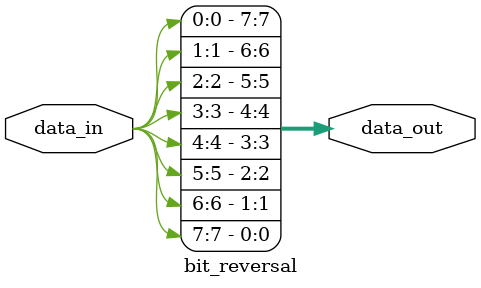
<source format=v>
`timescale 1ns/1ps
module bit_reversal (
    input [7:0] data_in,
    output [7:0] data_out);
assign data_out = {data_in[0],data_in[1],data_in[2],data_in[3],data_in[4],data_in[5],data_in[6],data_in[7]};
endmodule
</source>
